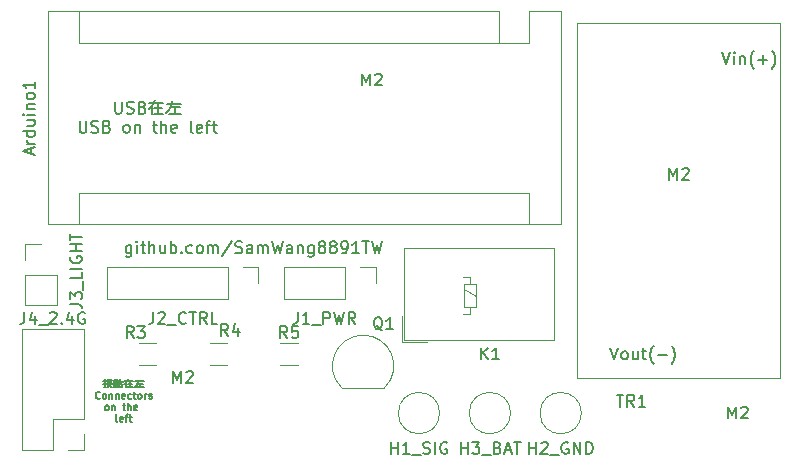
<source format=gbr>
%TF.GenerationSoftware,KiCad,Pcbnew,(6.0.6-0)*%
%TF.CreationDate,2022-07-04T00:11:51+08:00*%
%TF.ProjectId,__,4dc82e6b-6963-4616-945f-706362585858,rev?*%
%TF.SameCoordinates,Original*%
%TF.FileFunction,Legend,Top*%
%TF.FilePolarity,Positive*%
%FSLAX46Y46*%
G04 Gerber Fmt 4.6, Leading zero omitted, Abs format (unit mm)*
G04 Created by KiCad (PCBNEW (6.0.6-0)) date 2022-07-04 00:11:51*
%MOMM*%
%LPD*%
G01*
G04 APERTURE LIST*
%ADD10C,0.150000*%
%ADD11C,0.120000*%
G04 APERTURE END LIST*
D10*
X73642857Y-121785714D02*
X73642857Y-122595238D01*
X73595238Y-122690476D01*
X73547619Y-122738095D01*
X73452380Y-122785714D01*
X73309523Y-122785714D01*
X73214285Y-122738095D01*
X73642857Y-122404761D02*
X73547619Y-122452380D01*
X73357142Y-122452380D01*
X73261904Y-122404761D01*
X73214285Y-122357142D01*
X73166666Y-122261904D01*
X73166666Y-121976190D01*
X73214285Y-121880952D01*
X73261904Y-121833333D01*
X73357142Y-121785714D01*
X73547619Y-121785714D01*
X73642857Y-121833333D01*
X74119047Y-122452380D02*
X74119047Y-121785714D01*
X74119047Y-121452380D02*
X74071428Y-121500000D01*
X74119047Y-121547619D01*
X74166666Y-121500000D01*
X74119047Y-121452380D01*
X74119047Y-121547619D01*
X74452380Y-121785714D02*
X74833333Y-121785714D01*
X74595238Y-121452380D02*
X74595238Y-122309523D01*
X74642857Y-122404761D01*
X74738095Y-122452380D01*
X74833333Y-122452380D01*
X75166666Y-122452380D02*
X75166666Y-121452380D01*
X75595238Y-122452380D02*
X75595238Y-121928571D01*
X75547619Y-121833333D01*
X75452380Y-121785714D01*
X75309523Y-121785714D01*
X75214285Y-121833333D01*
X75166666Y-121880952D01*
X76500000Y-121785714D02*
X76500000Y-122452380D01*
X76071428Y-121785714D02*
X76071428Y-122309523D01*
X76119047Y-122404761D01*
X76214285Y-122452380D01*
X76357142Y-122452380D01*
X76452380Y-122404761D01*
X76500000Y-122357142D01*
X76976190Y-122452380D02*
X76976190Y-121452380D01*
X76976190Y-121833333D02*
X77071428Y-121785714D01*
X77261904Y-121785714D01*
X77357142Y-121833333D01*
X77404761Y-121880952D01*
X77452380Y-121976190D01*
X77452380Y-122261904D01*
X77404761Y-122357142D01*
X77357142Y-122404761D01*
X77261904Y-122452380D01*
X77071428Y-122452380D01*
X76976190Y-122404761D01*
X77880952Y-122357142D02*
X77928571Y-122404761D01*
X77880952Y-122452380D01*
X77833333Y-122404761D01*
X77880952Y-122357142D01*
X77880952Y-122452380D01*
X78785714Y-122404761D02*
X78690476Y-122452380D01*
X78500000Y-122452380D01*
X78404761Y-122404761D01*
X78357142Y-122357142D01*
X78309523Y-122261904D01*
X78309523Y-121976190D01*
X78357142Y-121880952D01*
X78404761Y-121833333D01*
X78500000Y-121785714D01*
X78690476Y-121785714D01*
X78785714Y-121833333D01*
X79357142Y-122452380D02*
X79261904Y-122404761D01*
X79214285Y-122357142D01*
X79166666Y-122261904D01*
X79166666Y-121976190D01*
X79214285Y-121880952D01*
X79261904Y-121833333D01*
X79357142Y-121785714D01*
X79500000Y-121785714D01*
X79595238Y-121833333D01*
X79642857Y-121880952D01*
X79690476Y-121976190D01*
X79690476Y-122261904D01*
X79642857Y-122357142D01*
X79595238Y-122404761D01*
X79500000Y-122452380D01*
X79357142Y-122452380D01*
X80119047Y-122452380D02*
X80119047Y-121785714D01*
X80119047Y-121880952D02*
X80166666Y-121833333D01*
X80261904Y-121785714D01*
X80404761Y-121785714D01*
X80500000Y-121833333D01*
X80547619Y-121928571D01*
X80547619Y-122452380D01*
X80547619Y-121928571D02*
X80595238Y-121833333D01*
X80690476Y-121785714D01*
X80833333Y-121785714D01*
X80928571Y-121833333D01*
X80976190Y-121928571D01*
X80976190Y-122452380D01*
X82166666Y-121404761D02*
X81309523Y-122690476D01*
X82452380Y-122404761D02*
X82595238Y-122452380D01*
X82833333Y-122452380D01*
X82928571Y-122404761D01*
X82976190Y-122357142D01*
X83023809Y-122261904D01*
X83023809Y-122166666D01*
X82976190Y-122071428D01*
X82928571Y-122023809D01*
X82833333Y-121976190D01*
X82642857Y-121928571D01*
X82547619Y-121880952D01*
X82500000Y-121833333D01*
X82452380Y-121738095D01*
X82452380Y-121642857D01*
X82500000Y-121547619D01*
X82547619Y-121500000D01*
X82642857Y-121452380D01*
X82880952Y-121452380D01*
X83023809Y-121500000D01*
X83880952Y-122452380D02*
X83880952Y-121928571D01*
X83833333Y-121833333D01*
X83738095Y-121785714D01*
X83547619Y-121785714D01*
X83452380Y-121833333D01*
X83880952Y-122404761D02*
X83785714Y-122452380D01*
X83547619Y-122452380D01*
X83452380Y-122404761D01*
X83404761Y-122309523D01*
X83404761Y-122214285D01*
X83452380Y-122119047D01*
X83547619Y-122071428D01*
X83785714Y-122071428D01*
X83880952Y-122023809D01*
X84357142Y-122452380D02*
X84357142Y-121785714D01*
X84357142Y-121880952D02*
X84404761Y-121833333D01*
X84500000Y-121785714D01*
X84642857Y-121785714D01*
X84738095Y-121833333D01*
X84785714Y-121928571D01*
X84785714Y-122452380D01*
X84785714Y-121928571D02*
X84833333Y-121833333D01*
X84928571Y-121785714D01*
X85071428Y-121785714D01*
X85166666Y-121833333D01*
X85214285Y-121928571D01*
X85214285Y-122452380D01*
X85595238Y-121452380D02*
X85833333Y-122452380D01*
X86023809Y-121738095D01*
X86214285Y-122452380D01*
X86452380Y-121452380D01*
X87261904Y-122452380D02*
X87261904Y-121928571D01*
X87214285Y-121833333D01*
X87119047Y-121785714D01*
X86928571Y-121785714D01*
X86833333Y-121833333D01*
X87261904Y-122404761D02*
X87166666Y-122452380D01*
X86928571Y-122452380D01*
X86833333Y-122404761D01*
X86785714Y-122309523D01*
X86785714Y-122214285D01*
X86833333Y-122119047D01*
X86928571Y-122071428D01*
X87166666Y-122071428D01*
X87261904Y-122023809D01*
X87738095Y-121785714D02*
X87738095Y-122452380D01*
X87738095Y-121880952D02*
X87785714Y-121833333D01*
X87880952Y-121785714D01*
X88023809Y-121785714D01*
X88119047Y-121833333D01*
X88166666Y-121928571D01*
X88166666Y-122452380D01*
X89071428Y-121785714D02*
X89071428Y-122595238D01*
X89023809Y-122690476D01*
X88976190Y-122738095D01*
X88880952Y-122785714D01*
X88738095Y-122785714D01*
X88642857Y-122738095D01*
X89071428Y-122404761D02*
X88976190Y-122452380D01*
X88785714Y-122452380D01*
X88690476Y-122404761D01*
X88642857Y-122357142D01*
X88595238Y-122261904D01*
X88595238Y-121976190D01*
X88642857Y-121880952D01*
X88690476Y-121833333D01*
X88785714Y-121785714D01*
X88976190Y-121785714D01*
X89071428Y-121833333D01*
X89690476Y-121880952D02*
X89595238Y-121833333D01*
X89547619Y-121785714D01*
X89500000Y-121690476D01*
X89500000Y-121642857D01*
X89547619Y-121547619D01*
X89595238Y-121500000D01*
X89690476Y-121452380D01*
X89880952Y-121452380D01*
X89976190Y-121500000D01*
X90023809Y-121547619D01*
X90071428Y-121642857D01*
X90071428Y-121690476D01*
X90023809Y-121785714D01*
X89976190Y-121833333D01*
X89880952Y-121880952D01*
X89690476Y-121880952D01*
X89595238Y-121928571D01*
X89547619Y-121976190D01*
X89500000Y-122071428D01*
X89500000Y-122261904D01*
X89547619Y-122357142D01*
X89595238Y-122404761D01*
X89690476Y-122452380D01*
X89880952Y-122452380D01*
X89976190Y-122404761D01*
X90023809Y-122357142D01*
X90071428Y-122261904D01*
X90071428Y-122071428D01*
X90023809Y-121976190D01*
X89976190Y-121928571D01*
X89880952Y-121880952D01*
X90642857Y-121880952D02*
X90547619Y-121833333D01*
X90500000Y-121785714D01*
X90452380Y-121690476D01*
X90452380Y-121642857D01*
X90500000Y-121547619D01*
X90547619Y-121500000D01*
X90642857Y-121452380D01*
X90833333Y-121452380D01*
X90928571Y-121500000D01*
X90976190Y-121547619D01*
X91023809Y-121642857D01*
X91023809Y-121690476D01*
X90976190Y-121785714D01*
X90928571Y-121833333D01*
X90833333Y-121880952D01*
X90642857Y-121880952D01*
X90547619Y-121928571D01*
X90500000Y-121976190D01*
X90452380Y-122071428D01*
X90452380Y-122261904D01*
X90500000Y-122357142D01*
X90547619Y-122404761D01*
X90642857Y-122452380D01*
X90833333Y-122452380D01*
X90928571Y-122404761D01*
X90976190Y-122357142D01*
X91023809Y-122261904D01*
X91023809Y-122071428D01*
X90976190Y-121976190D01*
X90928571Y-121928571D01*
X90833333Y-121880952D01*
X91500000Y-122452380D02*
X91690476Y-122452380D01*
X91785714Y-122404761D01*
X91833333Y-122357142D01*
X91928571Y-122214285D01*
X91976190Y-122023809D01*
X91976190Y-121642857D01*
X91928571Y-121547619D01*
X91880952Y-121500000D01*
X91785714Y-121452380D01*
X91595238Y-121452380D01*
X91500000Y-121500000D01*
X91452380Y-121547619D01*
X91404761Y-121642857D01*
X91404761Y-121880952D01*
X91452380Y-121976190D01*
X91500000Y-122023809D01*
X91595238Y-122071428D01*
X91785714Y-122071428D01*
X91880952Y-122023809D01*
X91928571Y-121976190D01*
X91976190Y-121880952D01*
X92928571Y-122452380D02*
X92357142Y-122452380D01*
X92642857Y-122452380D02*
X92642857Y-121452380D01*
X92547619Y-121595238D01*
X92452380Y-121690476D01*
X92357142Y-121738095D01*
X93214285Y-121452380D02*
X93785714Y-121452380D01*
X93500000Y-122452380D02*
X93500000Y-121452380D01*
X94023809Y-121452380D02*
X94261904Y-122452380D01*
X94452380Y-121738095D01*
X94642857Y-122452380D01*
X94880952Y-121452380D01*
X72261904Y-109647380D02*
X72261904Y-110456904D01*
X72309523Y-110552142D01*
X72357142Y-110599761D01*
X72452380Y-110647380D01*
X72642857Y-110647380D01*
X72738095Y-110599761D01*
X72785714Y-110552142D01*
X72833333Y-110456904D01*
X72833333Y-109647380D01*
X73261904Y-110599761D02*
X73404761Y-110647380D01*
X73642857Y-110647380D01*
X73738095Y-110599761D01*
X73785714Y-110552142D01*
X73833333Y-110456904D01*
X73833333Y-110361666D01*
X73785714Y-110266428D01*
X73738095Y-110218809D01*
X73642857Y-110171190D01*
X73452380Y-110123571D01*
X73357142Y-110075952D01*
X73309523Y-110028333D01*
X73261904Y-109933095D01*
X73261904Y-109837857D01*
X73309523Y-109742619D01*
X73357142Y-109695000D01*
X73452380Y-109647380D01*
X73690476Y-109647380D01*
X73833333Y-109695000D01*
X74595238Y-110123571D02*
X74738095Y-110171190D01*
X74785714Y-110218809D01*
X74833333Y-110314047D01*
X74833333Y-110456904D01*
X74785714Y-110552142D01*
X74738095Y-110599761D01*
X74642857Y-110647380D01*
X74261904Y-110647380D01*
X74261904Y-109647380D01*
X74595238Y-109647380D01*
X74690476Y-109695000D01*
X74738095Y-109742619D01*
X74785714Y-109837857D01*
X74785714Y-109933095D01*
X74738095Y-110028333D01*
X74690476Y-110075952D01*
X74595238Y-110123571D01*
X74261904Y-110123571D01*
X75119047Y-109742619D02*
X76357142Y-109742619D01*
X75595238Y-110171190D02*
X76261904Y-110171190D01*
X75547619Y-110647380D02*
X76309523Y-110647380D01*
X75404761Y-110028333D02*
X75404761Y-110647380D01*
X75928571Y-109837857D02*
X75928571Y-110647380D01*
X75642857Y-109504523D02*
X75404761Y-110028333D01*
X75119047Y-110218809D01*
X76642857Y-109790238D02*
X77833333Y-109790238D01*
X76976190Y-110123571D02*
X77738095Y-110123571D01*
X76833333Y-110647380D02*
X77833333Y-110647380D01*
X77357142Y-110123571D02*
X77357142Y-110647380D01*
X77071428Y-109552142D02*
X76976190Y-110075952D01*
X76785714Y-110409285D01*
X76595238Y-110599761D01*
X69261904Y-111257380D02*
X69261904Y-112066904D01*
X69309523Y-112162142D01*
X69357142Y-112209761D01*
X69452380Y-112257380D01*
X69642857Y-112257380D01*
X69738095Y-112209761D01*
X69785714Y-112162142D01*
X69833333Y-112066904D01*
X69833333Y-111257380D01*
X70261904Y-112209761D02*
X70404761Y-112257380D01*
X70642857Y-112257380D01*
X70738095Y-112209761D01*
X70785714Y-112162142D01*
X70833333Y-112066904D01*
X70833333Y-111971666D01*
X70785714Y-111876428D01*
X70738095Y-111828809D01*
X70642857Y-111781190D01*
X70452380Y-111733571D01*
X70357142Y-111685952D01*
X70309523Y-111638333D01*
X70261904Y-111543095D01*
X70261904Y-111447857D01*
X70309523Y-111352619D01*
X70357142Y-111305000D01*
X70452380Y-111257380D01*
X70690476Y-111257380D01*
X70833333Y-111305000D01*
X71595238Y-111733571D02*
X71738095Y-111781190D01*
X71785714Y-111828809D01*
X71833333Y-111924047D01*
X71833333Y-112066904D01*
X71785714Y-112162142D01*
X71738095Y-112209761D01*
X71642857Y-112257380D01*
X71261904Y-112257380D01*
X71261904Y-111257380D01*
X71595238Y-111257380D01*
X71690476Y-111305000D01*
X71738095Y-111352619D01*
X71785714Y-111447857D01*
X71785714Y-111543095D01*
X71738095Y-111638333D01*
X71690476Y-111685952D01*
X71595238Y-111733571D01*
X71261904Y-111733571D01*
X73166666Y-112257380D02*
X73071428Y-112209761D01*
X73023809Y-112162142D01*
X72976190Y-112066904D01*
X72976190Y-111781190D01*
X73023809Y-111685952D01*
X73071428Y-111638333D01*
X73166666Y-111590714D01*
X73309523Y-111590714D01*
X73404761Y-111638333D01*
X73452380Y-111685952D01*
X73500000Y-111781190D01*
X73500000Y-112066904D01*
X73452380Y-112162142D01*
X73404761Y-112209761D01*
X73309523Y-112257380D01*
X73166666Y-112257380D01*
X73928571Y-111590714D02*
X73928571Y-112257380D01*
X73928571Y-111685952D02*
X73976190Y-111638333D01*
X74071428Y-111590714D01*
X74214285Y-111590714D01*
X74309523Y-111638333D01*
X74357142Y-111733571D01*
X74357142Y-112257380D01*
X75452380Y-111590714D02*
X75833333Y-111590714D01*
X75595238Y-111257380D02*
X75595238Y-112114523D01*
X75642857Y-112209761D01*
X75738095Y-112257380D01*
X75833333Y-112257380D01*
X76166666Y-112257380D02*
X76166666Y-111257380D01*
X76595238Y-112257380D02*
X76595238Y-111733571D01*
X76547619Y-111638333D01*
X76452380Y-111590714D01*
X76309523Y-111590714D01*
X76214285Y-111638333D01*
X76166666Y-111685952D01*
X77452380Y-112209761D02*
X77357142Y-112257380D01*
X77166666Y-112257380D01*
X77071428Y-112209761D01*
X77023809Y-112114523D01*
X77023809Y-111733571D01*
X77071428Y-111638333D01*
X77166666Y-111590714D01*
X77357142Y-111590714D01*
X77452380Y-111638333D01*
X77500000Y-111733571D01*
X77500000Y-111828809D01*
X77023809Y-111924047D01*
X78833333Y-112257380D02*
X78738095Y-112209761D01*
X78690476Y-112114523D01*
X78690476Y-111257380D01*
X79595238Y-112209761D02*
X79500000Y-112257380D01*
X79309523Y-112257380D01*
X79214285Y-112209761D01*
X79166666Y-112114523D01*
X79166666Y-111733571D01*
X79214285Y-111638333D01*
X79309523Y-111590714D01*
X79500000Y-111590714D01*
X79595238Y-111638333D01*
X79642857Y-111733571D01*
X79642857Y-111828809D01*
X79166666Y-111924047D01*
X79928571Y-111590714D02*
X80309523Y-111590714D01*
X80071428Y-112257380D02*
X80071428Y-111400238D01*
X80119047Y-111305000D01*
X80214285Y-111257380D01*
X80309523Y-111257380D01*
X80500000Y-111590714D02*
X80880952Y-111590714D01*
X80642857Y-111257380D02*
X80642857Y-112114523D01*
X80690476Y-112209761D01*
X80785714Y-112257380D01*
X80880952Y-112257380D01*
X114190476Y-130452380D02*
X114523809Y-131452380D01*
X114857142Y-130452380D01*
X115333333Y-131452380D02*
X115238095Y-131404761D01*
X115190476Y-131357142D01*
X115142857Y-131261904D01*
X115142857Y-130976190D01*
X115190476Y-130880952D01*
X115238095Y-130833333D01*
X115333333Y-130785714D01*
X115476190Y-130785714D01*
X115571428Y-130833333D01*
X115619047Y-130880952D01*
X115666666Y-130976190D01*
X115666666Y-131261904D01*
X115619047Y-131357142D01*
X115571428Y-131404761D01*
X115476190Y-131452380D01*
X115333333Y-131452380D01*
X116523809Y-130785714D02*
X116523809Y-131452380D01*
X116095238Y-130785714D02*
X116095238Y-131309523D01*
X116142857Y-131404761D01*
X116238095Y-131452380D01*
X116380952Y-131452380D01*
X116476190Y-131404761D01*
X116523809Y-131357142D01*
X116857142Y-130785714D02*
X117238095Y-130785714D01*
X117000000Y-130452380D02*
X117000000Y-131309523D01*
X117047619Y-131404761D01*
X117142857Y-131452380D01*
X117238095Y-131452380D01*
X117857142Y-131833333D02*
X117809523Y-131785714D01*
X117714285Y-131642857D01*
X117666666Y-131547619D01*
X117619047Y-131404761D01*
X117571428Y-131166666D01*
X117571428Y-130976190D01*
X117619047Y-130738095D01*
X117666666Y-130595238D01*
X117714285Y-130500000D01*
X117809523Y-130357142D01*
X117857142Y-130309523D01*
X118238095Y-131071428D02*
X119000000Y-131071428D01*
X119380952Y-131833333D02*
X119428571Y-131785714D01*
X119523809Y-131642857D01*
X119571428Y-131547619D01*
X119619047Y-131404761D01*
X119666666Y-131166666D01*
X119666666Y-130976190D01*
X119619047Y-130738095D01*
X119571428Y-130595238D01*
X119523809Y-130500000D01*
X119428571Y-130357142D01*
X119380952Y-130309523D01*
X71571428Y-133222428D02*
X72000000Y-133222428D01*
X71285714Y-133308142D02*
X71514285Y-133308142D01*
X71542857Y-133422428D02*
X72028571Y-133422428D01*
X71542857Y-133536714D02*
X72028571Y-133536714D01*
X71314285Y-133822428D02*
X71428571Y-133822428D01*
X71428571Y-133136714D02*
X71428571Y-133822428D01*
X71800000Y-133136714D02*
X71800000Y-133251000D01*
X71914285Y-133251000D02*
X71885714Y-133393857D01*
X71685714Y-133279571D02*
X71714285Y-133422428D01*
X71628571Y-133679571D01*
X72000000Y-133822428D01*
X71514285Y-133508142D02*
X71285714Y-133565285D01*
X71914285Y-133536714D02*
X71857142Y-133679571D01*
X71800000Y-133736714D01*
X71542857Y-133822428D01*
X72714285Y-133336714D02*
X72914285Y-133336714D01*
X72200000Y-133422428D02*
X72485714Y-133422428D01*
X72200000Y-133508142D02*
X72514285Y-133508142D01*
X72285714Y-133622428D02*
X72514285Y-133622428D01*
X72200000Y-133622428D02*
X72457142Y-133622428D01*
X72600000Y-133793857D02*
X72885714Y-133793857D01*
X72200000Y-133165285D02*
X72200000Y-133393857D01*
X72285714Y-133251000D02*
X72285714Y-133336714D01*
X72285714Y-133679571D02*
X72314285Y-133793857D01*
X72342857Y-133165285D02*
X72342857Y-133622428D01*
X72200000Y-133165285D02*
X72485714Y-133165285D01*
X72485714Y-133393857D01*
X72600000Y-133508142D02*
X72600000Y-133822428D01*
X72714285Y-133136714D02*
X72714285Y-133508142D01*
X72600000Y-133508142D02*
X72885714Y-133508142D01*
X72885714Y-133822428D01*
X72485714Y-133679571D02*
X72514285Y-133765285D01*
X72371428Y-133679571D02*
X72428571Y-133793857D01*
X72428571Y-133251000D02*
X72400000Y-133365285D01*
X72200000Y-133708142D02*
X72200000Y-133822428D01*
X73057142Y-133279571D02*
X73800000Y-133279571D01*
X73342857Y-133536714D02*
X73742857Y-133536714D01*
X73314285Y-133822428D02*
X73771428Y-133822428D01*
X73228571Y-133451000D02*
X73228571Y-133822428D01*
X73542857Y-133336714D02*
X73542857Y-133822428D01*
X73371428Y-133136714D02*
X73228571Y-133451000D01*
X73057142Y-133565285D01*
X73971428Y-133308142D02*
X74685714Y-133308142D01*
X74171428Y-133508142D02*
X74628571Y-133508142D01*
X74085714Y-133822428D02*
X74685714Y-133822428D01*
X74400000Y-133508142D02*
X74400000Y-133822428D01*
X74228571Y-133165285D02*
X74171428Y-133479571D01*
X74057142Y-133679571D01*
X73942857Y-133793857D01*
X70985714Y-134731285D02*
X70957142Y-134759857D01*
X70871428Y-134788428D01*
X70814285Y-134788428D01*
X70728571Y-134759857D01*
X70671428Y-134702714D01*
X70642857Y-134645571D01*
X70614285Y-134531285D01*
X70614285Y-134445571D01*
X70642857Y-134331285D01*
X70671428Y-134274142D01*
X70728571Y-134217000D01*
X70814285Y-134188428D01*
X70871428Y-134188428D01*
X70957142Y-134217000D01*
X70985714Y-134245571D01*
X71328571Y-134788428D02*
X71271428Y-134759857D01*
X71242857Y-134731285D01*
X71214285Y-134674142D01*
X71214285Y-134502714D01*
X71242857Y-134445571D01*
X71271428Y-134417000D01*
X71328571Y-134388428D01*
X71414285Y-134388428D01*
X71471428Y-134417000D01*
X71500000Y-134445571D01*
X71528571Y-134502714D01*
X71528571Y-134674142D01*
X71500000Y-134731285D01*
X71471428Y-134759857D01*
X71414285Y-134788428D01*
X71328571Y-134788428D01*
X71785714Y-134388428D02*
X71785714Y-134788428D01*
X71785714Y-134445571D02*
X71814285Y-134417000D01*
X71871428Y-134388428D01*
X71957142Y-134388428D01*
X72014285Y-134417000D01*
X72042857Y-134474142D01*
X72042857Y-134788428D01*
X72328571Y-134388428D02*
X72328571Y-134788428D01*
X72328571Y-134445571D02*
X72357142Y-134417000D01*
X72414285Y-134388428D01*
X72500000Y-134388428D01*
X72557142Y-134417000D01*
X72585714Y-134474142D01*
X72585714Y-134788428D01*
X73100000Y-134759857D02*
X73042857Y-134788428D01*
X72928571Y-134788428D01*
X72871428Y-134759857D01*
X72842857Y-134702714D01*
X72842857Y-134474142D01*
X72871428Y-134417000D01*
X72928571Y-134388428D01*
X73042857Y-134388428D01*
X73100000Y-134417000D01*
X73128571Y-134474142D01*
X73128571Y-134531285D01*
X72842857Y-134588428D01*
X73642857Y-134759857D02*
X73585714Y-134788428D01*
X73471428Y-134788428D01*
X73414285Y-134759857D01*
X73385714Y-134731285D01*
X73357142Y-134674142D01*
X73357142Y-134502714D01*
X73385714Y-134445571D01*
X73414285Y-134417000D01*
X73471428Y-134388428D01*
X73585714Y-134388428D01*
X73642857Y-134417000D01*
X73814285Y-134388428D02*
X74042857Y-134388428D01*
X73900000Y-134188428D02*
X73900000Y-134702714D01*
X73928571Y-134759857D01*
X73985714Y-134788428D01*
X74042857Y-134788428D01*
X74328571Y-134788428D02*
X74271428Y-134759857D01*
X74242857Y-134731285D01*
X74214285Y-134674142D01*
X74214285Y-134502714D01*
X74242857Y-134445571D01*
X74271428Y-134417000D01*
X74328571Y-134388428D01*
X74414285Y-134388428D01*
X74471428Y-134417000D01*
X74500000Y-134445571D01*
X74528571Y-134502714D01*
X74528571Y-134674142D01*
X74500000Y-134731285D01*
X74471428Y-134759857D01*
X74414285Y-134788428D01*
X74328571Y-134788428D01*
X74785714Y-134788428D02*
X74785714Y-134388428D01*
X74785714Y-134502714D02*
X74814285Y-134445571D01*
X74842857Y-134417000D01*
X74900000Y-134388428D01*
X74957142Y-134388428D01*
X75128571Y-134759857D02*
X75185714Y-134788428D01*
X75300000Y-134788428D01*
X75357142Y-134759857D01*
X75385714Y-134702714D01*
X75385714Y-134674142D01*
X75357142Y-134617000D01*
X75300000Y-134588428D01*
X75214285Y-134588428D01*
X75157142Y-134559857D01*
X75128571Y-134502714D01*
X75128571Y-134474142D01*
X75157142Y-134417000D01*
X75214285Y-134388428D01*
X75300000Y-134388428D01*
X75357142Y-134417000D01*
X71528571Y-135754428D02*
X71471428Y-135725857D01*
X71442857Y-135697285D01*
X71414285Y-135640142D01*
X71414285Y-135468714D01*
X71442857Y-135411571D01*
X71471428Y-135383000D01*
X71528571Y-135354428D01*
X71614285Y-135354428D01*
X71671428Y-135383000D01*
X71700000Y-135411571D01*
X71728571Y-135468714D01*
X71728571Y-135640142D01*
X71700000Y-135697285D01*
X71671428Y-135725857D01*
X71614285Y-135754428D01*
X71528571Y-135754428D01*
X71985714Y-135354428D02*
X71985714Y-135754428D01*
X71985714Y-135411571D02*
X72014285Y-135383000D01*
X72071428Y-135354428D01*
X72157142Y-135354428D01*
X72214285Y-135383000D01*
X72242857Y-135440142D01*
X72242857Y-135754428D01*
X72900000Y-135354428D02*
X73128571Y-135354428D01*
X72985714Y-135154428D02*
X72985714Y-135668714D01*
X73014285Y-135725857D01*
X73071428Y-135754428D01*
X73128571Y-135754428D01*
X73328571Y-135754428D02*
X73328571Y-135154428D01*
X73585714Y-135754428D02*
X73585714Y-135440142D01*
X73557142Y-135383000D01*
X73500000Y-135354428D01*
X73414285Y-135354428D01*
X73357142Y-135383000D01*
X73328571Y-135411571D01*
X74100000Y-135725857D02*
X74042857Y-135754428D01*
X73928571Y-135754428D01*
X73871428Y-135725857D01*
X73842857Y-135668714D01*
X73842857Y-135440142D01*
X73871428Y-135383000D01*
X73928571Y-135354428D01*
X74042857Y-135354428D01*
X74100000Y-135383000D01*
X74128571Y-135440142D01*
X74128571Y-135497285D01*
X73842857Y-135554428D01*
X72471428Y-136720428D02*
X72414285Y-136691857D01*
X72385714Y-136634714D01*
X72385714Y-136120428D01*
X72928571Y-136691857D02*
X72871428Y-136720428D01*
X72757142Y-136720428D01*
X72700000Y-136691857D01*
X72671428Y-136634714D01*
X72671428Y-136406142D01*
X72700000Y-136349000D01*
X72757142Y-136320428D01*
X72871428Y-136320428D01*
X72928571Y-136349000D01*
X72957142Y-136406142D01*
X72957142Y-136463285D01*
X72671428Y-136520428D01*
X73128571Y-136320428D02*
X73357142Y-136320428D01*
X73214285Y-136720428D02*
X73214285Y-136206142D01*
X73242857Y-136149000D01*
X73300000Y-136120428D01*
X73357142Y-136120428D01*
X73471428Y-136320428D02*
X73700000Y-136320428D01*
X73557142Y-136120428D02*
X73557142Y-136634714D01*
X73585714Y-136691857D01*
X73642857Y-136720428D01*
X73700000Y-136720428D01*
X123690476Y-105452380D02*
X124023809Y-106452380D01*
X124357142Y-105452380D01*
X124690476Y-106452380D02*
X124690476Y-105785714D01*
X124690476Y-105452380D02*
X124642857Y-105500000D01*
X124690476Y-105547619D01*
X124738095Y-105500000D01*
X124690476Y-105452380D01*
X124690476Y-105547619D01*
X125166666Y-105785714D02*
X125166666Y-106452380D01*
X125166666Y-105880952D02*
X125214285Y-105833333D01*
X125309523Y-105785714D01*
X125452380Y-105785714D01*
X125547619Y-105833333D01*
X125595238Y-105928571D01*
X125595238Y-106452380D01*
X126357142Y-106833333D02*
X126309523Y-106785714D01*
X126214285Y-106642857D01*
X126166666Y-106547619D01*
X126119047Y-106404761D01*
X126071428Y-106166666D01*
X126071428Y-105976190D01*
X126119047Y-105738095D01*
X126166666Y-105595238D01*
X126214285Y-105500000D01*
X126309523Y-105357142D01*
X126357142Y-105309523D01*
X126738095Y-106071428D02*
X127500000Y-106071428D01*
X127119047Y-106452380D02*
X127119047Y-105690476D01*
X127880952Y-106833333D02*
X127928571Y-106785714D01*
X128023809Y-106642857D01*
X128071428Y-106547619D01*
X128119047Y-106404761D01*
X128166666Y-106166666D01*
X128166666Y-105976190D01*
X128119047Y-105738095D01*
X128071428Y-105595238D01*
X128023809Y-105500000D01*
X127928571Y-105357142D01*
X127880952Y-105309523D01*
%TO.C,K1*%
X103261904Y-131452380D02*
X103261904Y-130452380D01*
X103833333Y-131452380D02*
X103404761Y-130880952D01*
X103833333Y-130452380D02*
X103261904Y-131023809D01*
X104785714Y-131452380D02*
X104214285Y-131452380D01*
X104500000Y-131452380D02*
X104500000Y-130452380D01*
X104404761Y-130595238D01*
X104309523Y-130690476D01*
X104214285Y-130738095D01*
%TO.C,H1_SIG*%
X95642857Y-139452380D02*
X95642857Y-138452380D01*
X95642857Y-138928571D02*
X96214285Y-138928571D01*
X96214285Y-139452380D02*
X96214285Y-138452380D01*
X97214285Y-139452380D02*
X96642857Y-139452380D01*
X96928571Y-139452380D02*
X96928571Y-138452380D01*
X96833333Y-138595238D01*
X96738095Y-138690476D01*
X96642857Y-138738095D01*
X97404761Y-139547619D02*
X98166666Y-139547619D01*
X98357142Y-139404761D02*
X98500000Y-139452380D01*
X98738095Y-139452380D01*
X98833333Y-139404761D01*
X98880952Y-139357142D01*
X98928571Y-139261904D01*
X98928571Y-139166666D01*
X98880952Y-139071428D01*
X98833333Y-139023809D01*
X98738095Y-138976190D01*
X98547619Y-138928571D01*
X98452380Y-138880952D01*
X98404761Y-138833333D01*
X98357142Y-138738095D01*
X98357142Y-138642857D01*
X98404761Y-138547619D01*
X98452380Y-138500000D01*
X98547619Y-138452380D01*
X98785714Y-138452380D01*
X98928571Y-138500000D01*
X99357142Y-139452380D02*
X99357142Y-138452380D01*
X100357142Y-138500000D02*
X100261904Y-138452380D01*
X100119047Y-138452380D01*
X99976190Y-138500000D01*
X99880952Y-138595238D01*
X99833333Y-138690476D01*
X99785714Y-138880952D01*
X99785714Y-139023809D01*
X99833333Y-139214285D01*
X99880952Y-139309523D01*
X99976190Y-139404761D01*
X100119047Y-139452380D01*
X100214285Y-139452380D01*
X100357142Y-139404761D01*
X100404761Y-139357142D01*
X100404761Y-139023809D01*
X100214285Y-139023809D01*
%TO.C,M2*%
X124190476Y-136452380D02*
X124190476Y-135452380D01*
X124523809Y-136166666D01*
X124857142Y-135452380D01*
X124857142Y-136452380D01*
X125285714Y-135547619D02*
X125333333Y-135500000D01*
X125428571Y-135452380D01*
X125666666Y-135452380D01*
X125761904Y-135500000D01*
X125809523Y-135547619D01*
X125857142Y-135642857D01*
X125857142Y-135738095D01*
X125809523Y-135880952D01*
X125238095Y-136452380D01*
X125857142Y-136452380D01*
%TO.C,Arduino1*%
X65166666Y-114081428D02*
X65166666Y-113605238D01*
X65452380Y-114176666D02*
X64452380Y-113843333D01*
X65452380Y-113510000D01*
X65452380Y-113176666D02*
X64785714Y-113176666D01*
X64976190Y-113176666D02*
X64880952Y-113129047D01*
X64833333Y-113081428D01*
X64785714Y-112986190D01*
X64785714Y-112890952D01*
X65452380Y-112129047D02*
X64452380Y-112129047D01*
X65404761Y-112129047D02*
X65452380Y-112224285D01*
X65452380Y-112414761D01*
X65404761Y-112510000D01*
X65357142Y-112557619D01*
X65261904Y-112605238D01*
X64976190Y-112605238D01*
X64880952Y-112557619D01*
X64833333Y-112510000D01*
X64785714Y-112414761D01*
X64785714Y-112224285D01*
X64833333Y-112129047D01*
X64785714Y-111224285D02*
X65452380Y-111224285D01*
X64785714Y-111652857D02*
X65309523Y-111652857D01*
X65404761Y-111605238D01*
X65452380Y-111510000D01*
X65452380Y-111367142D01*
X65404761Y-111271904D01*
X65357142Y-111224285D01*
X65452380Y-110748095D02*
X64785714Y-110748095D01*
X64452380Y-110748095D02*
X64500000Y-110795714D01*
X64547619Y-110748095D01*
X64500000Y-110700476D01*
X64452380Y-110748095D01*
X64547619Y-110748095D01*
X64785714Y-110271904D02*
X65452380Y-110271904D01*
X64880952Y-110271904D02*
X64833333Y-110224285D01*
X64785714Y-110129047D01*
X64785714Y-109986190D01*
X64833333Y-109890952D01*
X64928571Y-109843333D01*
X65452380Y-109843333D01*
X65452380Y-109224285D02*
X65404761Y-109319523D01*
X65357142Y-109367142D01*
X65261904Y-109414761D01*
X64976190Y-109414761D01*
X64880952Y-109367142D01*
X64833333Y-109319523D01*
X64785714Y-109224285D01*
X64785714Y-109081428D01*
X64833333Y-108986190D01*
X64880952Y-108938571D01*
X64976190Y-108890952D01*
X65261904Y-108890952D01*
X65357142Y-108938571D01*
X65404761Y-108986190D01*
X65452380Y-109081428D01*
X65452380Y-109224285D01*
X65452380Y-107938571D02*
X65452380Y-108510000D01*
X65452380Y-108224285D02*
X64452380Y-108224285D01*
X64595238Y-108319523D01*
X64690476Y-108414761D01*
X64738095Y-108510000D01*
%TO.C,R3*%
X73833333Y-129632380D02*
X73500000Y-129156190D01*
X73261904Y-129632380D02*
X73261904Y-128632380D01*
X73642857Y-128632380D01*
X73738095Y-128680000D01*
X73785714Y-128727619D01*
X73833333Y-128822857D01*
X73833333Y-128965714D01*
X73785714Y-129060952D01*
X73738095Y-129108571D01*
X73642857Y-129156190D01*
X73261904Y-129156190D01*
X74166666Y-128632380D02*
X74785714Y-128632380D01*
X74452380Y-129013333D01*
X74595238Y-129013333D01*
X74690476Y-129060952D01*
X74738095Y-129108571D01*
X74785714Y-129203809D01*
X74785714Y-129441904D01*
X74738095Y-129537142D01*
X74690476Y-129584761D01*
X74595238Y-129632380D01*
X74309523Y-129632380D01*
X74214285Y-129584761D01*
X74166666Y-129537142D01*
%TO.C,H2_GND*%
X107333333Y-139452380D02*
X107333333Y-138452380D01*
X107333333Y-138928571D02*
X107904761Y-138928571D01*
X107904761Y-139452380D02*
X107904761Y-138452380D01*
X108333333Y-138547619D02*
X108380952Y-138500000D01*
X108476190Y-138452380D01*
X108714285Y-138452380D01*
X108809523Y-138500000D01*
X108857142Y-138547619D01*
X108904761Y-138642857D01*
X108904761Y-138738095D01*
X108857142Y-138880952D01*
X108285714Y-139452380D01*
X108904761Y-139452380D01*
X109095238Y-139547619D02*
X109857142Y-139547619D01*
X110619047Y-138500000D02*
X110523809Y-138452380D01*
X110380952Y-138452380D01*
X110238095Y-138500000D01*
X110142857Y-138595238D01*
X110095238Y-138690476D01*
X110047619Y-138880952D01*
X110047619Y-139023809D01*
X110095238Y-139214285D01*
X110142857Y-139309523D01*
X110238095Y-139404761D01*
X110380952Y-139452380D01*
X110476190Y-139452380D01*
X110619047Y-139404761D01*
X110666666Y-139357142D01*
X110666666Y-139023809D01*
X110476190Y-139023809D01*
X111095238Y-139452380D02*
X111095238Y-138452380D01*
X111666666Y-139452380D01*
X111666666Y-138452380D01*
X112142857Y-139452380D02*
X112142857Y-138452380D01*
X112380952Y-138452380D01*
X112523809Y-138500000D01*
X112619047Y-138595238D01*
X112666666Y-138690476D01*
X112714285Y-138880952D01*
X112714285Y-139023809D01*
X112666666Y-139214285D01*
X112619047Y-139309523D01*
X112523809Y-139404761D01*
X112380952Y-139452380D01*
X112142857Y-139452380D01*
%TO.C,Q1*%
X94904761Y-128987619D02*
X94809523Y-128940000D01*
X94714285Y-128844761D01*
X94571428Y-128701904D01*
X94476190Y-128654285D01*
X94380952Y-128654285D01*
X94428571Y-128892380D02*
X94333333Y-128844761D01*
X94238095Y-128749523D01*
X94190476Y-128559047D01*
X94190476Y-128225714D01*
X94238095Y-128035238D01*
X94333333Y-127940000D01*
X94428571Y-127892380D01*
X94619047Y-127892380D01*
X94714285Y-127940000D01*
X94809523Y-128035238D01*
X94857142Y-128225714D01*
X94857142Y-128559047D01*
X94809523Y-128749523D01*
X94714285Y-128844761D01*
X94619047Y-128892380D01*
X94428571Y-128892380D01*
X95809523Y-128892380D02*
X95238095Y-128892380D01*
X95523809Y-128892380D02*
X95523809Y-127892380D01*
X95428571Y-128035238D01*
X95333333Y-128130476D01*
X95238095Y-128178095D01*
%TO.C,J2_CTRL*%
X75500000Y-127452380D02*
X75500000Y-128166666D01*
X75452380Y-128309523D01*
X75357142Y-128404761D01*
X75214285Y-128452380D01*
X75119047Y-128452380D01*
X75928571Y-127547619D02*
X75976190Y-127500000D01*
X76071428Y-127452380D01*
X76309523Y-127452380D01*
X76404761Y-127500000D01*
X76452380Y-127547619D01*
X76500000Y-127642857D01*
X76500000Y-127738095D01*
X76452380Y-127880952D01*
X75880952Y-128452380D01*
X76500000Y-128452380D01*
X76690476Y-128547619D02*
X77452380Y-128547619D01*
X78261904Y-128357142D02*
X78214285Y-128404761D01*
X78071428Y-128452380D01*
X77976190Y-128452380D01*
X77833333Y-128404761D01*
X77738095Y-128309523D01*
X77690476Y-128214285D01*
X77642857Y-128023809D01*
X77642857Y-127880952D01*
X77690476Y-127690476D01*
X77738095Y-127595238D01*
X77833333Y-127500000D01*
X77976190Y-127452380D01*
X78071428Y-127452380D01*
X78214285Y-127500000D01*
X78261904Y-127547619D01*
X78547619Y-127452380D02*
X79119047Y-127452380D01*
X78833333Y-128452380D02*
X78833333Y-127452380D01*
X80023809Y-128452380D02*
X79690476Y-127976190D01*
X79452380Y-128452380D02*
X79452380Y-127452380D01*
X79833333Y-127452380D01*
X79928571Y-127500000D01*
X79976190Y-127547619D01*
X80023809Y-127642857D01*
X80023809Y-127785714D01*
X79976190Y-127880952D01*
X79928571Y-127928571D01*
X79833333Y-127976190D01*
X79452380Y-127976190D01*
X80928571Y-128452380D02*
X80452380Y-128452380D01*
X80452380Y-127452380D01*
%TO.C,TR1*%
X114738095Y-134452380D02*
X115309523Y-134452380D01*
X115023809Y-135452380D02*
X115023809Y-134452380D01*
X116214285Y-135452380D02*
X115880952Y-134976190D01*
X115642857Y-135452380D02*
X115642857Y-134452380D01*
X116023809Y-134452380D01*
X116119047Y-134500000D01*
X116166666Y-134547619D01*
X116214285Y-134642857D01*
X116214285Y-134785714D01*
X116166666Y-134880952D01*
X116119047Y-134928571D01*
X116023809Y-134976190D01*
X115642857Y-134976190D01*
X117166666Y-135452380D02*
X116595238Y-135452380D01*
X116880952Y-135452380D02*
X116880952Y-134452380D01*
X116785714Y-134595238D01*
X116690476Y-134690476D01*
X116595238Y-134738095D01*
%TO.C,J1_PWR*%
X87714285Y-127452380D02*
X87714285Y-128166666D01*
X87666666Y-128309523D01*
X87571428Y-128404761D01*
X87428571Y-128452380D01*
X87333333Y-128452380D01*
X88714285Y-128452380D02*
X88142857Y-128452380D01*
X88428571Y-128452380D02*
X88428571Y-127452380D01*
X88333333Y-127595238D01*
X88238095Y-127690476D01*
X88142857Y-127738095D01*
X88904761Y-128547619D02*
X89666666Y-128547619D01*
X89904761Y-128452380D02*
X89904761Y-127452380D01*
X90285714Y-127452380D01*
X90380952Y-127500000D01*
X90428571Y-127547619D01*
X90476190Y-127642857D01*
X90476190Y-127785714D01*
X90428571Y-127880952D01*
X90380952Y-127928571D01*
X90285714Y-127976190D01*
X89904761Y-127976190D01*
X90809523Y-127452380D02*
X91047619Y-128452380D01*
X91238095Y-127738095D01*
X91428571Y-128452380D01*
X91666666Y-127452380D01*
X92619047Y-128452380D02*
X92285714Y-127976190D01*
X92047619Y-128452380D02*
X92047619Y-127452380D01*
X92428571Y-127452380D01*
X92523809Y-127500000D01*
X92571428Y-127547619D01*
X92619047Y-127642857D01*
X92619047Y-127785714D01*
X92571428Y-127880952D01*
X92523809Y-127928571D01*
X92428571Y-127976190D01*
X92047619Y-127976190D01*
%TO.C,M2*%
X77190476Y-133452380D02*
X77190476Y-132452380D01*
X77523809Y-133166666D01*
X77857142Y-132452380D01*
X77857142Y-133452380D01*
X78285714Y-132547619D02*
X78333333Y-132500000D01*
X78428571Y-132452380D01*
X78666666Y-132452380D01*
X78761904Y-132500000D01*
X78809523Y-132547619D01*
X78857142Y-132642857D01*
X78857142Y-132738095D01*
X78809523Y-132880952D01*
X78238095Y-133452380D01*
X78857142Y-133452380D01*
%TO.C,R4*%
X81833333Y-129452380D02*
X81500000Y-128976190D01*
X81261904Y-129452380D02*
X81261904Y-128452380D01*
X81642857Y-128452380D01*
X81738095Y-128500000D01*
X81785714Y-128547619D01*
X81833333Y-128642857D01*
X81833333Y-128785714D01*
X81785714Y-128880952D01*
X81738095Y-128928571D01*
X81642857Y-128976190D01*
X81261904Y-128976190D01*
X82690476Y-128785714D02*
X82690476Y-129452380D01*
X82452380Y-128404761D02*
X82214285Y-129119047D01*
X82833333Y-129119047D01*
%TO.C,J3_LIGHT*%
X68452380Y-126761904D02*
X69166666Y-126761904D01*
X69309523Y-126809523D01*
X69404761Y-126904761D01*
X69452380Y-127047619D01*
X69452380Y-127142857D01*
X68452380Y-126380952D02*
X68452380Y-125761904D01*
X68833333Y-126095238D01*
X68833333Y-125952380D01*
X68880952Y-125857142D01*
X68928571Y-125809523D01*
X69023809Y-125761904D01*
X69261904Y-125761904D01*
X69357142Y-125809523D01*
X69404761Y-125857142D01*
X69452380Y-125952380D01*
X69452380Y-126238095D01*
X69404761Y-126333333D01*
X69357142Y-126380952D01*
X69547619Y-125571428D02*
X69547619Y-124809523D01*
X69452380Y-124095238D02*
X69452380Y-124571428D01*
X68452380Y-124571428D01*
X69452380Y-123761904D02*
X68452380Y-123761904D01*
X68500000Y-122761904D02*
X68452380Y-122857142D01*
X68452380Y-123000000D01*
X68500000Y-123142857D01*
X68595238Y-123238095D01*
X68690476Y-123285714D01*
X68880952Y-123333333D01*
X69023809Y-123333333D01*
X69214285Y-123285714D01*
X69309523Y-123238095D01*
X69404761Y-123142857D01*
X69452380Y-123000000D01*
X69452380Y-122904761D01*
X69404761Y-122761904D01*
X69357142Y-122714285D01*
X69023809Y-122714285D01*
X69023809Y-122904761D01*
X69452380Y-122285714D02*
X68452380Y-122285714D01*
X68928571Y-122285714D02*
X68928571Y-121714285D01*
X69452380Y-121714285D02*
X68452380Y-121714285D01*
X68452380Y-121380952D02*
X68452380Y-120809523D01*
X69452380Y-121095238D02*
X68452380Y-121095238D01*
%TO.C,H3_BAT*%
X101547619Y-139452380D02*
X101547619Y-138452380D01*
X101547619Y-138928571D02*
X102119047Y-138928571D01*
X102119047Y-139452380D02*
X102119047Y-138452380D01*
X102500000Y-138452380D02*
X103119047Y-138452380D01*
X102785714Y-138833333D01*
X102928571Y-138833333D01*
X103023809Y-138880952D01*
X103071428Y-138928571D01*
X103119047Y-139023809D01*
X103119047Y-139261904D01*
X103071428Y-139357142D01*
X103023809Y-139404761D01*
X102928571Y-139452380D01*
X102642857Y-139452380D01*
X102547619Y-139404761D01*
X102500000Y-139357142D01*
X103309523Y-139547619D02*
X104071428Y-139547619D01*
X104642857Y-138928571D02*
X104785714Y-138976190D01*
X104833333Y-139023809D01*
X104880952Y-139119047D01*
X104880952Y-139261904D01*
X104833333Y-139357142D01*
X104785714Y-139404761D01*
X104690476Y-139452380D01*
X104309523Y-139452380D01*
X104309523Y-138452380D01*
X104642857Y-138452380D01*
X104738095Y-138500000D01*
X104785714Y-138547619D01*
X104833333Y-138642857D01*
X104833333Y-138738095D01*
X104785714Y-138833333D01*
X104738095Y-138880952D01*
X104642857Y-138928571D01*
X104309523Y-138928571D01*
X105261904Y-139166666D02*
X105738095Y-139166666D01*
X105166666Y-139452380D02*
X105500000Y-138452380D01*
X105833333Y-139452380D01*
X106023809Y-138452380D02*
X106595238Y-138452380D01*
X106309523Y-139452380D02*
X106309523Y-138452380D01*
%TO.C,M2*%
X93190476Y-108252380D02*
X93190476Y-107252380D01*
X93523809Y-107966666D01*
X93857142Y-107252380D01*
X93857142Y-108252380D01*
X94285714Y-107347619D02*
X94333333Y-107300000D01*
X94428571Y-107252380D01*
X94666666Y-107252380D01*
X94761904Y-107300000D01*
X94809523Y-107347619D01*
X94857142Y-107442857D01*
X94857142Y-107538095D01*
X94809523Y-107680952D01*
X94238095Y-108252380D01*
X94857142Y-108252380D01*
X119190476Y-116252380D02*
X119190476Y-115252380D01*
X119523809Y-115966666D01*
X119857142Y-115252380D01*
X119857142Y-116252380D01*
X120285714Y-115347619D02*
X120333333Y-115300000D01*
X120428571Y-115252380D01*
X120666666Y-115252380D01*
X120761904Y-115300000D01*
X120809523Y-115347619D01*
X120857142Y-115442857D01*
X120857142Y-115538095D01*
X120809523Y-115680952D01*
X120238095Y-116252380D01*
X120857142Y-116252380D01*
%TO.C,J4_2.4G*%
X64595238Y-127452380D02*
X64595238Y-128166666D01*
X64547619Y-128309523D01*
X64452380Y-128404761D01*
X64309523Y-128452380D01*
X64214285Y-128452380D01*
X65500000Y-127785714D02*
X65500000Y-128452380D01*
X65261904Y-127404761D02*
X65023809Y-128119047D01*
X65642857Y-128119047D01*
X65785714Y-128547619D02*
X66547619Y-128547619D01*
X66738095Y-127547619D02*
X66785714Y-127500000D01*
X66880952Y-127452380D01*
X67119047Y-127452380D01*
X67214285Y-127500000D01*
X67261904Y-127547619D01*
X67309523Y-127642857D01*
X67309523Y-127738095D01*
X67261904Y-127880952D01*
X66690476Y-128452380D01*
X67309523Y-128452380D01*
X67738095Y-128357142D02*
X67785714Y-128404761D01*
X67738095Y-128452380D01*
X67690476Y-128404761D01*
X67738095Y-128357142D01*
X67738095Y-128452380D01*
X68642857Y-127785714D02*
X68642857Y-128452380D01*
X68404761Y-127404761D02*
X68166666Y-128119047D01*
X68785714Y-128119047D01*
X69690476Y-127500000D02*
X69595238Y-127452380D01*
X69452380Y-127452380D01*
X69309523Y-127500000D01*
X69214285Y-127595238D01*
X69166666Y-127690476D01*
X69119047Y-127880952D01*
X69119047Y-128023809D01*
X69166666Y-128214285D01*
X69214285Y-128309523D01*
X69309523Y-128404761D01*
X69452380Y-128452380D01*
X69547619Y-128452380D01*
X69690476Y-128404761D01*
X69738095Y-128357142D01*
X69738095Y-128023809D01*
X69547619Y-128023809D01*
%TO.C,R5*%
X86833333Y-129632380D02*
X86500000Y-129156190D01*
X86261904Y-129632380D02*
X86261904Y-128632380D01*
X86642857Y-128632380D01*
X86738095Y-128680000D01*
X86785714Y-128727619D01*
X86833333Y-128822857D01*
X86833333Y-128965714D01*
X86785714Y-129060952D01*
X86738095Y-129108571D01*
X86642857Y-129156190D01*
X86261904Y-129156190D01*
X87738095Y-128632380D02*
X87261904Y-128632380D01*
X87214285Y-129108571D01*
X87261904Y-129060952D01*
X87357142Y-129013333D01*
X87595238Y-129013333D01*
X87690476Y-129060952D01*
X87738095Y-129108571D01*
X87785714Y-129203809D01*
X87785714Y-129441904D01*
X87738095Y-129537142D01*
X87690476Y-129584761D01*
X87595238Y-129632380D01*
X87357142Y-129632380D01*
X87261904Y-129584761D01*
X87214285Y-129537142D01*
D11*
%TO.C,K1*%
X101852500Y-125080500D02*
X101852500Y-126985500D01*
X96742500Y-129807500D02*
X96742500Y-122007500D01*
X109442500Y-129807500D02*
X96742500Y-129807500D01*
X98642500Y-130007500D02*
X96542500Y-130007500D01*
X101725500Y-127645500D02*
X102360500Y-127645500D01*
X101852500Y-125461500D02*
X102868500Y-126096500D01*
X101852500Y-126985500D02*
X102868500Y-126985500D01*
X102360500Y-124445500D02*
X102360500Y-125080500D01*
X109442500Y-122007500D02*
X109442500Y-129807500D01*
X101852500Y-125080500D02*
X102868500Y-125080500D01*
X102360500Y-127645500D02*
X102360500Y-126985500D01*
X101725500Y-124445500D02*
X102360500Y-124445500D01*
X96542500Y-130007500D02*
X96542500Y-127807500D01*
X96742500Y-122007500D02*
X109442500Y-122007500D01*
X102868500Y-126985500D02*
X102868500Y-125080500D01*
%TO.C,H1_SIG*%
X99750000Y-136000000D02*
G75*
G03*
X99750000Y-136000000I-1750000J0D01*
G01*
%TO.C,Arduino1*%
X66550000Y-101990000D02*
X66550000Y-120030000D01*
X107320000Y-104660000D02*
X107320000Y-101990000D01*
X69220000Y-104660000D02*
X69220000Y-101990000D01*
X107320000Y-117360000D02*
X69220000Y-117360000D01*
X104780000Y-104660000D02*
X104780000Y-101990000D01*
X66550000Y-120030000D02*
X109990000Y-120030000D01*
X109990000Y-120030000D02*
X109990000Y-101990000D01*
X109990000Y-101990000D02*
X107320000Y-101990000D01*
X107320000Y-117360000D02*
X107320000Y-120030000D01*
X104780000Y-101990000D02*
X66550000Y-101990000D01*
X104780000Y-104660000D02*
X69220000Y-104660000D01*
X104780000Y-104660000D02*
X107320000Y-104660000D01*
X69220000Y-117360000D02*
X69220000Y-120030000D01*
%TO.C,R3*%
X74272936Y-130090000D02*
X75727064Y-130090000D01*
X74272936Y-131910000D02*
X75727064Y-131910000D01*
%TO.C,H2_GND*%
X111750000Y-136000000D02*
G75*
G03*
X111750000Y-136000000I-1750000J0D01*
G01*
%TO.C,Q1*%
X91470000Y-133850000D02*
X95070000Y-133850000D01*
X93270000Y-129399999D02*
G75*
G03*
X91431522Y-133838478I0J-2600001D01*
G01*
X95108478Y-133838478D02*
G75*
G03*
X93270000Y-129400000I-1838478J1838478D01*
G01*
%TO.C,J2_CTRL*%
X84405000Y-123670000D02*
X84405000Y-125000000D01*
X83075000Y-123670000D02*
X84405000Y-123670000D01*
X81805000Y-126330000D02*
X71585000Y-126330000D01*
X81805000Y-123670000D02*
X71585000Y-123670000D01*
X71585000Y-123670000D02*
X71585000Y-126330000D01*
X81805000Y-123670000D02*
X81805000Y-126330000D01*
%TO.C,TR1*%
X111400000Y-102950000D02*
X128600000Y-102950000D01*
X128600000Y-102950000D02*
X128600000Y-133050000D01*
X128600000Y-133050000D02*
X111400000Y-133050000D01*
X111400000Y-133050000D02*
X111400000Y-102950000D01*
%TO.C,J1_PWR*%
X93000000Y-123670000D02*
X94330000Y-123670000D01*
X91730000Y-126330000D02*
X86590000Y-126330000D01*
X94330000Y-123670000D02*
X94330000Y-125000000D01*
X91730000Y-123670000D02*
X86590000Y-123670000D01*
X86590000Y-123670000D02*
X86590000Y-126330000D01*
X91730000Y-123670000D02*
X91730000Y-126330000D01*
%TO.C,R4*%
X81727064Y-131910000D02*
X80272936Y-131910000D01*
X81727064Y-130090000D02*
X80272936Y-130090000D01*
%TO.C,J3_LIGHT*%
X67330000Y-124270000D02*
X67330000Y-126870000D01*
X64670000Y-124270000D02*
X64670000Y-126870000D01*
X64670000Y-123000000D02*
X64670000Y-121670000D01*
X64670000Y-121670000D02*
X66000000Y-121670000D01*
X64670000Y-126870000D02*
X67330000Y-126870000D01*
X64670000Y-124270000D02*
X67330000Y-124270000D01*
%TO.C,H3_BAT*%
X105750000Y-136000000D02*
G75*
G03*
X105750000Y-136000000I-1750000J0D01*
G01*
%TO.C,J4_2.4G*%
X69605000Y-136530000D02*
X69605000Y-128850000D01*
X67005000Y-136530000D02*
X67005000Y-139130000D01*
X69605000Y-139130000D02*
X68275000Y-139130000D01*
X67005000Y-139130000D02*
X64405000Y-139130000D01*
X69605000Y-136530000D02*
X67005000Y-136530000D01*
X69605000Y-128850000D02*
X64405000Y-128850000D01*
X69605000Y-137800000D02*
X69605000Y-139130000D01*
X64405000Y-139130000D02*
X64405000Y-128850000D01*
%TO.C,R5*%
X86272936Y-131910000D02*
X87727064Y-131910000D01*
X86272936Y-130090000D02*
X87727064Y-130090000D01*
%TD*%
M02*

</source>
